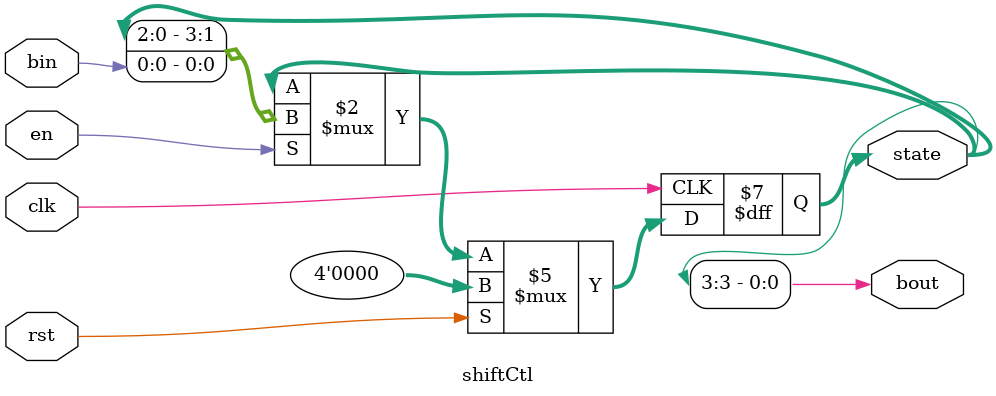
<source format=v>
module ShiftCtlRegister(clk, rst, en, din, dout, wdout);

parameter DataWidth = 8;
parameter Depth = 4;

wire DBG = 0;
input                              clk;
input                              rst;
input                              en;

// shift data in
input  [DataWidth - 1 : 0]         din;

// shift data out
output [DataWidth - 1 : 0]         dout; 

// shift wide data out
output [DataWidth * Depth - 1 : 0] wdout; 

wire   [DataWidth * Depth - 1 : 0] temp; 

genvar i; 

//----------------------------------------------------------------
//  Convert temp to wdout
//
// e.g. DataWidth = 3, Depth = 2
//
//     temp[1] temp[0]   // 1-bit shift_i
//         d0  d1
//
//     temp[3] temp[2]   // 1-bit shift_i
//         d3  d2
//
//     temp[5] temp[4]   // 1-bit shift_i
//         d5  d4
//
//  wdout[2:0] = {d4, d2, d1}
//  wdout[5:3] = {d5, d3, d0}
//----------------------------------------------------------------
generate for (i = 0; i < DataWidth; i = i + 1) begin : SR
  shiftCtl  #(Depth, 0) shiftCtl_i (clk, rst, en, din[i], dout[i], 
                          temp[(i + 1) * Depth - 1 : i * Depth]); 
end endgenerate

generate for (i = 0; i< DataWidth * Depth; i = i + 1) begin : WD
  assign wdout[i] = temp[i % DataWidth * Depth + i / DataWidth];
end endgenerate

// synthesis translate_off
always @ (wdout, dout)
  if (DBG) $display("%0d wdout = %h dout = %h", 
    $time, wdout[DataWidth * Depth - 1 : 0], dout);
// synthesis translate_on
   
endmodule

module shiftCtl (clk, rst, en, bin, bout, state);
  parameter n = 4;  // 1-bit register with depth = 4
  parameter Pattern = 0;  
  input          clk;
  input          rst;
  input          en;
  input          bin;
  output         bout;
  output [n-1:0] state;

  reg    [n-1:0] state;

  always @ (posedge clk) begin
    if (rst) begin
      state <= Pattern;
    end
    else if (en) begin
      // one cycle delay relative to state output
      //bout  <= state[n - 1]; 
      state <= {state[n-2:0], bin};
    end
  end

  assign bout = state[n - 1]; // MSB

endmodule

// version 2  memory 




</source>
